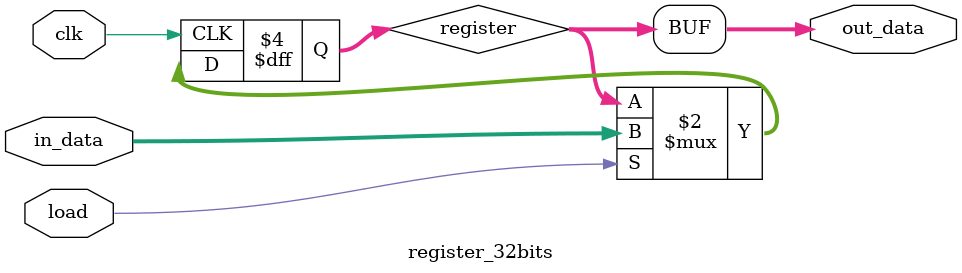
<source format=v>

module register_32bits(
  clk, // sinal de clock
  load, // sinal de carga
  in_data, // entrada de dados
  out_data // saída de dados
);
  parameter BITS = 32; // número de bits do registrador

  input clk, load;
  input [BITS-1:0] in_data;
  output [BITS-1:0] out_data;

   // número de bits do registrador

  reg [BITS-1:0] register; // registrador

  assign out_data = register; // saída dos dados registrados

  always @(posedge clk) begin
    if (load) // carga habilitada
      register <= in_data; // atualiza o valor do registrador
  end

endmodule

</source>
